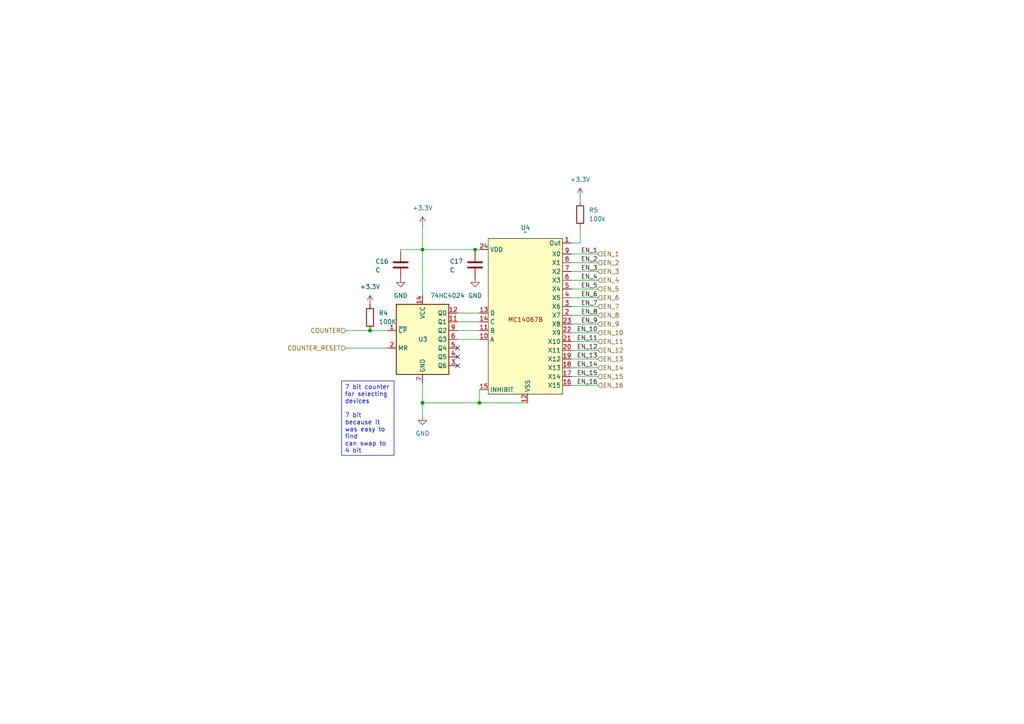
<source format=kicad_sch>
(kicad_sch (version 20231120) (generator "eeschema") (generator_version "8.0")
  (paper "A4")
  (lib_symbols
    (symbol "74xx:74HC4024"
      (property "Reference" "U" (at -6.35 11.43 0))
      (property "Value" "74HC4024" (at 6.35 11.43 0))
      (symbol "74HC4024_0_1"
        (rectangle (start -7.62 10.16) (end 7.62 -10.16) (stroke (width 0.254)) (fill (type background)))
      )
      (symbol "74HC4024_1_0"
        (pin input line (at -10.16 2.54 0) (length 2.54) (name "~{CP}") (number "1"))
        (pin no_connect line (at -7.62 5.08 0) (length 2.54) hide (name "~") (number "10"))
        (pin output line (at 10.16 5.08 180) (length 2.54) (name "Q1") (number "11"))
        (pin output line (at 10.16 7.62 180) (length 2.54) (name "Q0") (number "12"))
        (pin no_connect line (at -7.62 -5.08 0) (length 2.54) hide (name "~") (number "13"))
        (pin power_in line (at 0 12.7 270) (length 2.54) (name "VCC") (number "14"))
        (pin input line (at -10.16 -2.54 0) (length 2.54) (name "MR") (number "2"))
        (pin output line (at 10.16 -7.62 180) (length 2.54) (name "Q6") (number "3"))
        (pin output line (at 10.16 -5.08 180) (length 2.54) (name "Q5") (number "4"))
        (pin output line (at 10.16 -2.54 180) (length 2.54) (name "Q4") (number "5"))
        (pin output line (at 10.16 0 180) (length 2.54) (name "Q3") (number "6"))
        (pin power_in line (at 0 -12.7 90) (length 2.54) (name "GND") (number "7"))
        (pin no_connect line (at -7.62 7.62 0) (length 2.54) hide (name "~") (number "8"))
        (pin output line (at 10.16 2.54 180) (length 2.54) (name "Q2") (number "9"))
      )
    )
    (symbol "Device:C" (pin_numbers hide) (pin_names (offset 0.254))
      (property "Reference" "C" (at 0.635 2.54 0))
      (property "Value" "C" (at 0.635 -2.54 0))
      (symbol "C_0_1"
        (polyline (pts (xy -2.032 -0.762) (xy 2.032 -0.762)) (stroke (width 0.508)))
        (polyline (pts (xy -2.032 0.762) (xy 2.032 0.762)) (stroke (width 0.508)))
      )
      (symbol "C_1_1"
        (pin passive line (at 0 3.81 270) (length 2.794) (name "~") (number "1"))
        (pin passive line (at 0 -3.81 90) (length 2.794) (name "~") (number "2"))
      )
    )
    (symbol "Device:R" (pin_numbers hide) (pin_names (offset 0))
      (property "Reference" "R" (at 2.032 0 90))
      (property "Value" "R" (at 0 0 90))
      (symbol "R_0_1"
        (rectangle (start -1.016 -2.54) (end 1.016 2.54) (stroke (width 0.254)))
      )
      (symbol "R_1_1"
        (pin passive line (at 0 3.81 270) (length 1.27) (name "~") (number "1"))
        (pin passive line (at 0 -3.81 90) (length 1.27) (name "~") (number "2"))
      )
    )
    (symbol "MC14067B_1"
      (property "Reference" "U4" (at 5.715 10.16 0))
      (property "Value" "~" (at 5.715 8.89 0))
      (symbol "MC14067B_1_1_1"
        (rectangle (start -5.08 6.985) (end 16.51 -38.1))
        (rectangle (start -5.08 6.985) (end 16.51 -38.1) (stroke (width 0) (color 77 76 80 0)) (fill (type background)))
        (text "MC14067B\n" (at 5.715 -16.51 0) (effects (font (size 1.27 1.27))))
        (pin output line (at 19.05 5.715 180) (length 2.54) (name "Out") (number "1"))
        (pin input line (at -7.62 -22.225 0) (length 2.54) (name "A") (number "10"))
        (pin input line (at -7.62 -19.685 0) (length 2.54) (name "B") (number "11"))
        (pin input line (at 6.35 -40.64 90) (length 2.54) (name "VSS") (number "12"))
        (pin input line (at -7.62 -14.605 0) (length 2.54) (name "D") (number "13"))
        (pin input line (at -7.62 -17.145 0) (length 2.54) (name "C") (number "14"))
        (pin input line (at -7.62 -36.83 0) (length 2.54) (name "INHIBIT") (number "15"))
        (pin input line (at 19.05 -35.56 180) (length 2.54) (name "X15") (number "16"))
        (pin input line (at 19.05 -33.02 180) (length 2.54) (name "X14") (number "17"))
        (pin input line (at 19.05 -30.48 180) (length 2.54) (name "X13") (number "18"))
        (pin input line (at 19.05 -27.94 180) (length 2.54) (name "X12") (number "19"))
        (pin input line (at 19.05 -15.24 180) (length 2.54) (name "X7") (number "2"))
        (pin input line (at 19.05 -25.4 180) (length 2.54) (name "X11") (number "20"))
        (pin input line (at 19.05 -22.86 180) (length 2.54) (name "X10") (number "21"))
        (pin input line (at 19.05 -20.32 180) (length 2.54) (name "X9") (number "22"))
        (pin input line (at 19.05 -17.78 180) (length 2.54) (name "X8") (number "23"))
        (pin input line (at -7.62 3.81 0) (length 2.54) (name "VDD") (number "24"))
        (pin input line (at 19.05 -12.7 180) (length 2.54) (name "X6") (number "3"))
        (pin input line (at 19.05 -10.16 180) (length 2.54) (name "X5") (number "4"))
        (pin input line (at 19.05 -7.62 180) (length 2.54) (name "X4") (number "5"))
        (pin input line (at 19.05 -5.08 180) (length 2.54) (name "X3") (number "6"))
        (pin input line (at 19.05 -2.54 180) (length 2.54) (name "X2") (number "7"))
        (pin input line (at 19.05 0 180) (length 2.54) (name "X1") (number "8"))
        (pin input line (at 19.05 2.54 180) (length 2.54) (name "X0") (number "9"))
      )
    )
    (symbol "power:+3.3V" (power) (pin_numbers hide) (pin_names (offset 0) hide)
      (property "Value" "+3.3V" (at 0 3.556 0))
      (symbol "+3.3V_0_1"
        (polyline (pts (xy -0.762 1.27) (xy 0 2.54)))
        (polyline (pts (xy 0 0) (xy 0 2.54)))
        (polyline (pts (xy 0 2.54) (xy 0.762 1.27)))
      )
      (symbol "+3.3V_1_1"
        (pin power_in line (at 0 0 90) (length 0) (name "~") (number "1"))
      )
    )
    (symbol "power:GND" (power) (pin_numbers hide) (pin_names (offset 0) hide)
      (property "Value" "GND" (at 0 -3.81 0))
      (symbol "GND_0_1"
        (polyline (pts (xy 0 0) (xy 0 -1.27) (xy 1.27 -1.27) (xy 0 -2.54) (xy -1.27 -1.27) (xy 0 -1.27)))
      )
      (symbol "GND_1_1"
        (pin power_in line (at 0 0 270) (length 0) (name "~") (number "1"))
      )
    )
  )
  (junction (at 122.555 116.84))
  (junction (at 107.315 95.885))
  (junction (at 122.555 72.39))
  (junction (at 139.065 116.84))
  (junction (at 137.795 72.39))
  (no_connect (at 132.715 103.505))
  (no_connect (at 132.715 106.045))
  (no_connect (at 132.715 100.965))
  (wire (pts (xy 132.715 93.345) (xy 139.065 93.345)))
  (wire (pts (xy 165.735 104.14) (xy 173.355 104.14)))
  (wire (pts (xy 122.555 72.39) (xy 137.795 72.39)))
  (wire (pts (xy 165.735 70.485) (xy 168.275 70.485)))
  (wire (pts (xy 122.555 65.405) (xy 122.555 72.39)))
  (wire (pts (xy 122.555 116.84) (xy 122.555 120.65)))
  (wire (pts (xy 168.275 66.04) (xy 168.275 70.485)))
  (wire (pts (xy 165.735 91.44) (xy 173.355 91.44)))
  (wire (pts (xy 165.735 93.98) (xy 173.355 93.98)))
  (wire (pts (xy 132.715 90.805) (xy 139.065 90.805)))
  (wire (pts (xy 165.735 111.76) (xy 173.355 111.76)))
  (wire (pts (xy 165.735 96.52) (xy 173.355 96.52)))
  (wire (pts (xy 132.715 98.425) (xy 139.065 98.425)))
  (wire (pts (xy 132.715 95.885) (xy 139.065 95.885)))
  (wire (pts (xy 122.555 116.84) (xy 122.555 111.125)))
  (wire (pts (xy 165.735 106.68) (xy 173.355 106.68)))
  (wire (pts (xy 168.275 57.15) (xy 168.275 58.42)))
  (wire (pts (xy 165.735 86.36) (xy 173.355 86.36)))
  (wire (pts (xy 116.205 72.39) (xy 116.205 73.025)))
  (wire (pts (xy 165.735 81.28) (xy 173.355 81.28)))
  (wire (pts (xy 139.065 113.03) (xy 139.065 116.84)))
  (wire (pts (xy 165.735 73.66) (xy 173.355 73.66)))
  (wire (pts (xy 165.735 83.82) (xy 173.355 83.82)))
  (wire (pts (xy 100.33 100.965) (xy 112.395 100.965)))
  (wire (pts (xy 107.315 95.885) (xy 112.395 95.885)))
  (wire (pts (xy 165.735 78.74) (xy 173.355 78.74)))
  (wire (pts (xy 165.735 76.2) (xy 173.355 76.2)))
  (wire (pts (xy 100.33 95.885) (xy 107.315 95.885)))
  (wire (pts (xy 122.555 116.84) (xy 139.065 116.84)))
  (wire (pts (xy 165.735 101.6) (xy 173.355 101.6)))
  (wire (pts (xy 116.205 72.39) (xy 122.555 72.39)))
  (wire (pts (xy 137.795 72.39) (xy 139.065 72.39)))
  (wire (pts (xy 137.795 72.39) (xy 137.795 73.025)))
  (wire (pts (xy 139.065 116.84) (xy 153.035 116.84)))
  (wire (pts (xy 165.735 88.9) (xy 173.355 88.9)))
  (wire (pts (xy 165.735 109.22) (xy 173.355 109.22)))
  (wire (pts (xy 165.735 99.06) (xy 173.355 99.06)))
  (wire (pts (xy 122.555 72.39) (xy 122.555 85.725)))
  (text_box "7 bit counter for selecting devices\n\n7 bit because it was easy to find\ncan swap to 4 bit\n" (at 99.06 110.49 0) (size 15.24 21.59) (effects (font (size 1.27 1.27)) (justify left top)))
  (label "EN_4" (at 173.355 81.28 180))
  (label "EN_15" (at 173.355 109.22 180))
  (label "EN_12" (at 173.355 101.6 180))
  (label "EN_16" (at 173.355 111.76 180))
  (label "EN_3" (at 173.355 78.74 180))
  (label "EN_7" (at 173.355 88.9 180))
  (label "EN_2" (at 173.355 76.2 180))
  (label "EN_13" (at 173.355 104.14 180))
  (label "EN_1" (at 173.355 73.66 180))
  (label "EN_9" (at 173.355 93.98 180))
  (label "EN_8" (at 173.355 91.44 180))
  (label "EN_14" (at 173.355 106.68 180))
  (label "EN_6" (at 173.355 86.36 180))
  (label "EN_11" (at 173.355 99.06 180))
  (label "EN_10" (at 173.355 96.52 180))
  (label "EN_5" (at 173.355 83.82 180))
  (hierarchical_label "EN_1" (shape input) (at 173.355 73.66 0))
  (hierarchical_label "EN_13" (shape input) (at 173.355 104.14 0))
  (hierarchical_label "EN_16" (shape input) (at 173.355 111.76 0))
  (hierarchical_label "EN_4" (shape input) (at 173.355 81.28 0))
  (hierarchical_label "EN_7" (shape input) (at 173.355 88.9 0))
  (hierarchical_label "COUNTER" (shape input) (at 100.33 95.885 180))
  (hierarchical_label "EN_11" (shape input) (at 173.355 99.06 0))
  (hierarchical_label "EN_15" (shape input) (at 173.355 109.22 0))
  (hierarchical_label "EN_10" (shape input) (at 173.355 96.52 0))
  (hierarchical_label "EN_5" (shape input) (at 173.355 83.82 0))
  (hierarchical_label "EN_12" (shape input) (at 173.355 101.6 0))
  (hierarchical_label "EN_9" (shape input) (at 173.355 93.98 0))
  (hierarchical_label "EN_6" (shape input) (at 173.355 86.36 0))
  (hierarchical_label "EN_8" (shape input) (at 173.355 91.44 0))
  (hierarchical_label "EN_2" (shape input) (at 173.355 76.2 0))
  (hierarchical_label "EN_3" (shape input) (at 173.355 78.74 0))
  (hierarchical_label "EN_14" (shape input) (at 173.355 106.68 0))
  (hierarchical_label "COUNTER_RESET" (shape input) (at 100.33 100.965 180))
  (symbol (lib_id "power:+3.3V") (at 107.315 88.265 0) (unit 1)
    (property "Reference" "#PWR039" (effects (hide yes)))
    (property "Value" "+3.3V" (at 107.315 83.185 0))
    (property "Description" "Power symbol creates a global label with name \"+3.3V\"" (effects (hide yes)))
  )
  (symbol (lib_id "power:GND") (at 122.555 120.65 0) (unit 1)
    (property "Reference" "#PWR042" (effects (hide yes)))
    (property "Value" "GND" (at 122.555 125.73 0))
    (property "Description" "Power symbol creates a global label with name \"GND\" , ground" (effects (hide yes)))
  )
  (symbol (lib_id "Device:C") (at 116.205 76.835 0) (unit 1)
    (property "Reference" "C16" (at 108.839 75.819 0) (effects (justify left)))
    (property "Value" "C" (at 108.839 78.359 0) (effects (justify left)))
    (property "Footprint" "Capacitor_SMD:C_0603_1608Metric_Pad1.08x0.95mm_HandSolder" (effects (hide yes)))
    (property "Description" "Unpolarized capacitor" (effects (hide yes)))
  )
  (symbol (lib_id "power:+3.3V") (at 168.275 57.15 0) (unit 1)
    (property "Reference" "#PWR091" (effects (hide yes)))
    (property "Value" "+3.3V" (at 168.275 52.07 0))
    (property "Description" "Power symbol creates a global label with name \"+3.3V\"" (effects (hide yes)))
  )
  (symbol (lib_id "74xx:74HC4024") (at 122.555 98.425 0) (unit 1)
    (property "Reference" "U3" (at 121.285 98.425 0) (effects (justify left)))
    (property "Value" "74HC4024" (at 124.7491 85.725 0) (effects (justify left)))
    (property "Footprint" "Package_SO:SOIC-14_3.9x8.7mm_P1.27mm" (effects (hide yes)))
    (property "Datasheet" "https://assets.nexperia.com/documents/data-sheet/74HC4024.pdf" (effects (hide yes)))
    (property "Description" "7-stage binary ripple counter, SOIC-14" (effects (hide yes)))
  )
  (symbol (lib_name "MC14067B_1") (lib_id "parts_not_in_kicad:MC14067B") (at 146.685 76.2 0) (unit 1)
    (property "Reference" "U4" (at 152.4 66.04 0))
    (property "Value" "~" (at 152.4 67.31 0))
    (property "Footprint" "Package_SO:SOIC-24W_7.5x15.4mm_P1.27mm" (effects (hide yes)))
  )
  (symbol (lib_id "power:GND") (at 116.205 80.645 0) (unit 1)
    (property "Reference" "#PWR040" (effects (hide yes)))
    (property "Value" "GND" (at 116.205 85.725 0))
    (property "Description" "Power symbol creates a global label with name \"GND\" , ground" (effects (hide yes)))
  )
  (symbol (lib_id "Device:R") (at 168.275 62.23 0) (unit 1)
    (property "Reference" "R5" (at 170.815 60.9599 0) (effects (justify left)))
    (property "Value" "100k" (at 170.815 63.4999 0) (effects (justify left)))
    (property "Footprint" "Resistor_SMD:R_0603_1608Metric_Pad0.98x0.95mm_HandSolder" (effects (hide yes)))
    (property "Description" "Resistor" (effects (hide yes)))
  )
  (symbol (lib_id "power:+3.3V") (at 122.555 65.405 0) (unit 1)
    (property "Reference" "#PWR041" (effects (hide yes)))
    (property "Value" "+3.3V" (at 122.555 60.325 0))
    (property "Description" "Power symbol creates a global label with name \"+3.3V\"" (effects (hide yes)))
  )
  (symbol (lib_id "Device:R") (at 107.315 92.075 0) (unit 1)
    (property "Reference" "R4" (at 109.855 90.8049 0) (effects (justify left)))
    (property "Value" "100K" (at 109.855 93.3449 0) (effects (justify left)))
    (property "Footprint" "Resistor_SMD:R_0603_1608Metric_Pad0.98x0.95mm_HandSolder" (effects (hide yes)))
    (property "Description" "Resistor" (effects (hide yes)))
  )
  (symbol (lib_id "Device:C") (at 137.795 76.835 0) (unit 1)
    (property "Reference" "C17" (at 130.429 75.819 0) (effects (justify left)))
    (property "Value" "C" (at 130.429 78.359 0) (effects (justify left)))
    (property "Footprint" "Capacitor_SMD:C_0603_1608Metric_Pad1.08x0.95mm_HandSolder" (effects (hide yes)))
    (property "Description" "Unpolarized capacitor" (effects (hide yes)))
  )
  (symbol (lib_id "power:GND") (at 137.795 80.645 0) (unit 1)
    (property "Reference" "#PWR043" (effects (hide yes)))
    (property "Value" "GND" (at 137.795 85.725 0))
    (property "Description" "Power symbol creates a global label with name \"GND\" , ground" (effects (hide yes)))
  )
)
</source>
